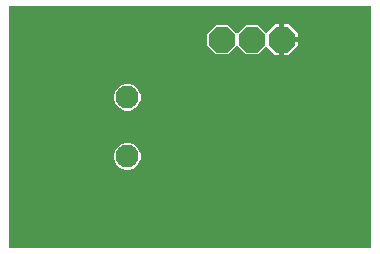
<source format=gbl>
G04 EAGLE Gerber X2 export*
%TF.Part,Single*%
%TF.FileFunction,Copper,L2,Bot,Mixed*%
%TF.FilePolarity,Positive*%
%TF.GenerationSoftware,Autodesk,EAGLE,9.0.0*%
%TF.CreationDate,2018-04-29T22:15:43Z*%
G75*
%MOMM*%
%FSLAX34Y34*%
%LPD*%
%AMOC8*
5,1,8,0,0,1.08239X$1,22.5*%
G01*
%ADD10C,1.950000*%
%ADD11P,2.336880X8X22.500000*%
%ADD12C,0.756400*%

G36*
X304858Y-1007D02*
X304858Y-1007D01*
X304916Y-1009D01*
X304998Y-987D01*
X305082Y-975D01*
X305135Y-952D01*
X305191Y-937D01*
X305264Y-894D01*
X305341Y-859D01*
X305386Y-821D01*
X305436Y-792D01*
X305494Y-730D01*
X305558Y-676D01*
X305590Y-627D01*
X305630Y-584D01*
X305669Y-509D01*
X305716Y-439D01*
X305733Y-383D01*
X305760Y-331D01*
X305771Y-263D01*
X305801Y-168D01*
X305804Y-68D01*
X305815Y0D01*
X305815Y203200D01*
X305807Y203258D01*
X305809Y203316D01*
X305787Y203398D01*
X305775Y203482D01*
X305752Y203535D01*
X305737Y203591D01*
X305694Y203664D01*
X305659Y203741D01*
X305621Y203786D01*
X305592Y203836D01*
X305530Y203894D01*
X305476Y203958D01*
X305427Y203990D01*
X305384Y204030D01*
X305309Y204069D01*
X305239Y204116D01*
X305183Y204133D01*
X305131Y204160D01*
X305063Y204171D01*
X304968Y204201D01*
X304868Y204204D01*
X304800Y204215D01*
X0Y204215D01*
X-58Y204207D01*
X-116Y204209D01*
X-198Y204187D01*
X-282Y204175D01*
X-335Y204152D01*
X-391Y204137D01*
X-464Y204094D01*
X-541Y204059D01*
X-586Y204021D01*
X-636Y203992D01*
X-694Y203930D01*
X-758Y203876D01*
X-790Y203827D01*
X-830Y203784D01*
X-869Y203709D01*
X-916Y203639D01*
X-933Y203583D01*
X-960Y203531D01*
X-971Y203463D01*
X-1001Y203368D01*
X-1004Y203268D01*
X-1015Y203200D01*
X-1015Y0D01*
X-1007Y-58D01*
X-1009Y-116D01*
X-987Y-198D01*
X-975Y-282D01*
X-952Y-335D01*
X-937Y-391D01*
X-894Y-464D01*
X-859Y-541D01*
X-821Y-586D01*
X-792Y-636D01*
X-730Y-694D01*
X-676Y-758D01*
X-627Y-790D01*
X-584Y-830D01*
X-509Y-869D01*
X-439Y-916D01*
X-383Y-933D01*
X-331Y-960D01*
X-263Y-971D01*
X-168Y-1001D01*
X-68Y-1004D01*
X0Y-1015D01*
X304800Y-1015D01*
X304858Y-1007D01*
G37*
%LPC*%
G36*
X224346Y161924D02*
X224346Y161924D01*
X217169Y169101D01*
X217123Y169136D01*
X217082Y169179D01*
X217010Y169221D01*
X216942Y169272D01*
X216888Y169293D01*
X216837Y169322D01*
X216756Y169343D01*
X216677Y169373D01*
X216618Y169378D01*
X216562Y169392D01*
X216477Y169390D01*
X216393Y169397D01*
X216336Y169385D01*
X216278Y169383D01*
X216197Y169357D01*
X216115Y169341D01*
X216063Y169314D01*
X216007Y169296D01*
X215951Y169256D01*
X215862Y169210D01*
X215790Y169141D01*
X215734Y169101D01*
X209573Y162940D01*
X199367Y162940D01*
X192488Y169819D01*
X192441Y169854D01*
X192401Y169897D01*
X192328Y169940D01*
X192261Y169990D01*
X192206Y170011D01*
X192156Y170041D01*
X192074Y170061D01*
X191995Y170092D01*
X191937Y170096D01*
X191880Y170111D01*
X191796Y170108D01*
X191712Y170115D01*
X191654Y170104D01*
X191596Y170102D01*
X191516Y170076D01*
X191433Y170059D01*
X191381Y170032D01*
X191325Y170014D01*
X191269Y169974D01*
X191181Y169928D01*
X191108Y169859D01*
X191052Y169819D01*
X184173Y162940D01*
X173967Y162940D01*
X166750Y170157D01*
X166750Y180363D01*
X173967Y187580D01*
X184173Y187580D01*
X191052Y180701D01*
X191099Y180665D01*
X191139Y180623D01*
X191212Y180580D01*
X191279Y180530D01*
X191334Y180509D01*
X191384Y180479D01*
X191466Y180459D01*
X191545Y180428D01*
X191603Y180424D01*
X191660Y180409D01*
X191744Y180412D01*
X191828Y180405D01*
X191886Y180416D01*
X191944Y180418D01*
X192024Y180444D01*
X192107Y180461D01*
X192159Y180488D01*
X192215Y180506D01*
X192271Y180546D01*
X192359Y180592D01*
X192432Y180661D01*
X192488Y180701D01*
X199367Y187580D01*
X209573Y187580D01*
X215734Y181419D01*
X215780Y181384D01*
X215821Y181341D01*
X215893Y181299D01*
X215961Y181248D01*
X216016Y181227D01*
X216066Y181198D01*
X216148Y181177D01*
X216227Y181147D01*
X216285Y181142D01*
X216341Y181128D01*
X216426Y181130D01*
X216510Y181123D01*
X216567Y181135D01*
X216626Y181137D01*
X216706Y181163D01*
X216789Y181179D01*
X216840Y181206D01*
X216896Y181224D01*
X216952Y181264D01*
X217041Y181310D01*
X217113Y181379D01*
X217169Y181419D01*
X224346Y188596D01*
X227839Y188596D01*
X227839Y176276D01*
X227847Y176218D01*
X227845Y176160D01*
X227867Y176078D01*
X227879Y175995D01*
X227903Y175941D01*
X227917Y175885D01*
X227960Y175812D01*
X227995Y175735D01*
X228033Y175691D01*
X228063Y175640D01*
X228124Y175583D01*
X228179Y175518D01*
X228227Y175486D01*
X228270Y175446D01*
X228345Y175407D01*
X228415Y175361D01*
X228471Y175343D01*
X228523Y175316D01*
X228591Y175305D01*
X228686Y175275D01*
X228786Y175272D01*
X228854Y175261D01*
X229871Y175261D01*
X229871Y175259D01*
X228854Y175259D01*
X228796Y175251D01*
X228738Y175252D01*
X228656Y175231D01*
X228573Y175219D01*
X228519Y175195D01*
X228463Y175181D01*
X228390Y175138D01*
X228313Y175103D01*
X228268Y175065D01*
X228218Y175035D01*
X228160Y174974D01*
X228096Y174919D01*
X228064Y174871D01*
X228024Y174828D01*
X227985Y174753D01*
X227939Y174683D01*
X227921Y174627D01*
X227894Y174575D01*
X227883Y174507D01*
X227853Y174412D01*
X227850Y174312D01*
X227839Y174244D01*
X227839Y161924D01*
X224346Y161924D01*
G37*
%LPD*%
%LPC*%
G36*
X96757Y115325D02*
X96757Y115325D01*
X92613Y117042D01*
X89442Y120213D01*
X87725Y124357D01*
X87725Y128843D01*
X89442Y132987D01*
X92613Y136158D01*
X96757Y137875D01*
X101243Y137875D01*
X105387Y136158D01*
X108558Y132987D01*
X110275Y128843D01*
X110275Y124357D01*
X108558Y120213D01*
X105387Y117042D01*
X101243Y115325D01*
X96757Y115325D01*
G37*
%LPD*%
%LPC*%
G36*
X96757Y65325D02*
X96757Y65325D01*
X92613Y67042D01*
X89442Y70213D01*
X87725Y74357D01*
X87725Y78843D01*
X89442Y82987D01*
X92613Y86158D01*
X96757Y87875D01*
X101243Y87875D01*
X105387Y86158D01*
X108558Y82987D01*
X110275Y78843D01*
X110275Y74357D01*
X108558Y70213D01*
X105387Y67042D01*
X101243Y65325D01*
X96757Y65325D01*
G37*
%LPD*%
%LPC*%
G36*
X231901Y177291D02*
X231901Y177291D01*
X231901Y188596D01*
X235394Y188596D01*
X243206Y180784D01*
X243206Y177291D01*
X231901Y177291D01*
G37*
%LPD*%
%LPC*%
G36*
X231901Y161924D02*
X231901Y161924D01*
X231901Y173229D01*
X243206Y173229D01*
X243206Y169736D01*
X235394Y161924D01*
X231901Y161924D01*
G37*
%LPD*%
D10*
X99000Y126600D03*
X99000Y76600D03*
D11*
X179070Y175260D03*
X204470Y175260D03*
X229870Y175260D03*
D12*
X160020Y71120D03*
M02*

</source>
